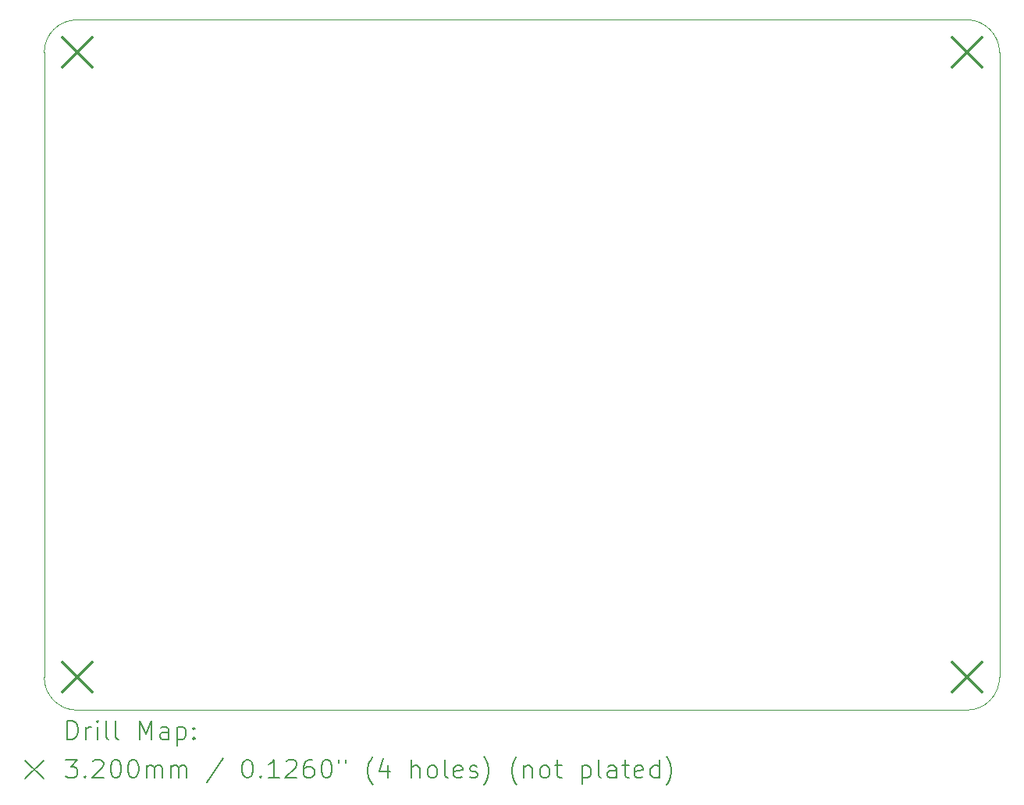
<source format=gbr>
%FSLAX45Y45*%
G04 Gerber Fmt 4.5, Leading zero omitted, Abs format (unit mm)*
G04 Created by KiCad (PCBNEW (6.0.0)) date 2022-08-18 21:42:41*
%MOMM*%
%LPD*%
G01*
G04 APERTURE LIST*
%TA.AperFunction,Profile*%
%ADD10C,0.100000*%
%TD*%
%ADD11C,0.200000*%
%ADD12C,0.320000*%
G04 APERTURE END LIST*
D10*
X8458200Y-9728200D02*
X8458200Y-9906000D01*
X18465800Y-16865600D02*
G75*
G03*
X18821400Y-16510000I0J355600D01*
G01*
X8458200Y-12344400D02*
X8458200Y-14681200D01*
X18465800Y-16865600D02*
X9855200Y-16865600D01*
X17805400Y-9372600D02*
X18465800Y-9372600D01*
X8458200Y-16510000D02*
X8458200Y-14681200D01*
X8813800Y-16865600D02*
X9855200Y-16865600D01*
X8813800Y-9372600D02*
X17805400Y-9372600D01*
X18821400Y-16510000D02*
X18821400Y-9728200D01*
X18821400Y-9728200D02*
G75*
G03*
X18465800Y-9372600I-355600J0D01*
G01*
X8813800Y-9372600D02*
G75*
G03*
X8458200Y-9728200I0J-355600D01*
G01*
X8458200Y-12344400D02*
X8458200Y-9906000D01*
X8458200Y-16510000D02*
G75*
G03*
X8813800Y-16865600I355600J0D01*
G01*
D11*
D12*
X8653800Y-9568200D02*
X8973800Y-9888200D01*
X8973800Y-9568200D02*
X8653800Y-9888200D01*
X8653800Y-16350000D02*
X8973800Y-16670000D01*
X8973800Y-16350000D02*
X8653800Y-16670000D01*
X18305800Y-9568200D02*
X18625800Y-9888200D01*
X18625800Y-9568200D02*
X18305800Y-9888200D01*
X18305800Y-16350000D02*
X18625800Y-16670000D01*
X18625800Y-16350000D02*
X18305800Y-16670000D01*
D11*
X8710819Y-17181076D02*
X8710819Y-16981076D01*
X8758438Y-16981076D01*
X8787010Y-16990600D01*
X8806057Y-17009648D01*
X8815581Y-17028695D01*
X8825105Y-17066790D01*
X8825105Y-17095362D01*
X8815581Y-17133457D01*
X8806057Y-17152505D01*
X8787010Y-17171552D01*
X8758438Y-17181076D01*
X8710819Y-17181076D01*
X8910819Y-17181076D02*
X8910819Y-17047743D01*
X8910819Y-17085838D02*
X8920343Y-17066790D01*
X8929867Y-17057267D01*
X8948914Y-17047743D01*
X8967962Y-17047743D01*
X9034629Y-17181076D02*
X9034629Y-17047743D01*
X9034629Y-16981076D02*
X9025105Y-16990600D01*
X9034629Y-17000124D01*
X9044152Y-16990600D01*
X9034629Y-16981076D01*
X9034629Y-17000124D01*
X9158438Y-17181076D02*
X9139390Y-17171552D01*
X9129867Y-17152505D01*
X9129867Y-16981076D01*
X9263200Y-17181076D02*
X9244152Y-17171552D01*
X9234629Y-17152505D01*
X9234629Y-16981076D01*
X9491771Y-17181076D02*
X9491771Y-16981076D01*
X9558438Y-17123933D01*
X9625105Y-16981076D01*
X9625105Y-17181076D01*
X9806057Y-17181076D02*
X9806057Y-17076314D01*
X9796533Y-17057267D01*
X9777486Y-17047743D01*
X9739390Y-17047743D01*
X9720343Y-17057267D01*
X9806057Y-17171552D02*
X9787010Y-17181076D01*
X9739390Y-17181076D01*
X9720343Y-17171552D01*
X9710819Y-17152505D01*
X9710819Y-17133457D01*
X9720343Y-17114410D01*
X9739390Y-17104886D01*
X9787010Y-17104886D01*
X9806057Y-17095362D01*
X9901295Y-17047743D02*
X9901295Y-17247743D01*
X9901295Y-17057267D02*
X9920343Y-17047743D01*
X9958438Y-17047743D01*
X9977486Y-17057267D01*
X9987010Y-17066790D01*
X9996533Y-17085838D01*
X9996533Y-17142981D01*
X9987010Y-17162029D01*
X9977486Y-17171552D01*
X9958438Y-17181076D01*
X9920343Y-17181076D01*
X9901295Y-17171552D01*
X10082248Y-17162029D02*
X10091771Y-17171552D01*
X10082248Y-17181076D01*
X10072724Y-17171552D01*
X10082248Y-17162029D01*
X10082248Y-17181076D01*
X10082248Y-17057267D02*
X10091771Y-17066790D01*
X10082248Y-17076314D01*
X10072724Y-17066790D01*
X10082248Y-17057267D01*
X10082248Y-17076314D01*
X8253200Y-17410600D02*
X8453200Y-17610600D01*
X8453200Y-17410600D02*
X8253200Y-17610600D01*
X8691771Y-17401076D02*
X8815581Y-17401076D01*
X8748914Y-17477267D01*
X8777486Y-17477267D01*
X8796533Y-17486790D01*
X8806057Y-17496314D01*
X8815581Y-17515362D01*
X8815581Y-17562981D01*
X8806057Y-17582029D01*
X8796533Y-17591552D01*
X8777486Y-17601076D01*
X8720343Y-17601076D01*
X8701295Y-17591552D01*
X8691771Y-17582029D01*
X8901295Y-17582029D02*
X8910819Y-17591552D01*
X8901295Y-17601076D01*
X8891771Y-17591552D01*
X8901295Y-17582029D01*
X8901295Y-17601076D01*
X8987010Y-17420124D02*
X8996533Y-17410600D01*
X9015581Y-17401076D01*
X9063200Y-17401076D01*
X9082248Y-17410600D01*
X9091771Y-17420124D01*
X9101295Y-17439171D01*
X9101295Y-17458219D01*
X9091771Y-17486790D01*
X8977486Y-17601076D01*
X9101295Y-17601076D01*
X9225105Y-17401076D02*
X9244152Y-17401076D01*
X9263200Y-17410600D01*
X9272724Y-17420124D01*
X9282248Y-17439171D01*
X9291771Y-17477267D01*
X9291771Y-17524886D01*
X9282248Y-17562981D01*
X9272724Y-17582029D01*
X9263200Y-17591552D01*
X9244152Y-17601076D01*
X9225105Y-17601076D01*
X9206057Y-17591552D01*
X9196533Y-17582029D01*
X9187010Y-17562981D01*
X9177486Y-17524886D01*
X9177486Y-17477267D01*
X9187010Y-17439171D01*
X9196533Y-17420124D01*
X9206057Y-17410600D01*
X9225105Y-17401076D01*
X9415581Y-17401076D02*
X9434629Y-17401076D01*
X9453676Y-17410600D01*
X9463200Y-17420124D01*
X9472724Y-17439171D01*
X9482248Y-17477267D01*
X9482248Y-17524886D01*
X9472724Y-17562981D01*
X9463200Y-17582029D01*
X9453676Y-17591552D01*
X9434629Y-17601076D01*
X9415581Y-17601076D01*
X9396533Y-17591552D01*
X9387010Y-17582029D01*
X9377486Y-17562981D01*
X9367962Y-17524886D01*
X9367962Y-17477267D01*
X9377486Y-17439171D01*
X9387010Y-17420124D01*
X9396533Y-17410600D01*
X9415581Y-17401076D01*
X9567962Y-17601076D02*
X9567962Y-17467743D01*
X9567962Y-17486790D02*
X9577486Y-17477267D01*
X9596533Y-17467743D01*
X9625105Y-17467743D01*
X9644152Y-17477267D01*
X9653676Y-17496314D01*
X9653676Y-17601076D01*
X9653676Y-17496314D02*
X9663200Y-17477267D01*
X9682248Y-17467743D01*
X9710819Y-17467743D01*
X9729867Y-17477267D01*
X9739390Y-17496314D01*
X9739390Y-17601076D01*
X9834629Y-17601076D02*
X9834629Y-17467743D01*
X9834629Y-17486790D02*
X9844152Y-17477267D01*
X9863200Y-17467743D01*
X9891771Y-17467743D01*
X9910819Y-17477267D01*
X9920343Y-17496314D01*
X9920343Y-17601076D01*
X9920343Y-17496314D02*
X9929867Y-17477267D01*
X9948914Y-17467743D01*
X9977486Y-17467743D01*
X9996533Y-17477267D01*
X10006057Y-17496314D01*
X10006057Y-17601076D01*
X10396533Y-17391552D02*
X10225105Y-17648695D01*
X10653676Y-17401076D02*
X10672724Y-17401076D01*
X10691771Y-17410600D01*
X10701295Y-17420124D01*
X10710819Y-17439171D01*
X10720343Y-17477267D01*
X10720343Y-17524886D01*
X10710819Y-17562981D01*
X10701295Y-17582029D01*
X10691771Y-17591552D01*
X10672724Y-17601076D01*
X10653676Y-17601076D01*
X10634629Y-17591552D01*
X10625105Y-17582029D01*
X10615581Y-17562981D01*
X10606057Y-17524886D01*
X10606057Y-17477267D01*
X10615581Y-17439171D01*
X10625105Y-17420124D01*
X10634629Y-17410600D01*
X10653676Y-17401076D01*
X10806057Y-17582029D02*
X10815581Y-17591552D01*
X10806057Y-17601076D01*
X10796533Y-17591552D01*
X10806057Y-17582029D01*
X10806057Y-17601076D01*
X11006057Y-17601076D02*
X10891771Y-17601076D01*
X10948914Y-17601076D02*
X10948914Y-17401076D01*
X10929867Y-17429648D01*
X10910819Y-17448695D01*
X10891771Y-17458219D01*
X11082248Y-17420124D02*
X11091771Y-17410600D01*
X11110819Y-17401076D01*
X11158438Y-17401076D01*
X11177486Y-17410600D01*
X11187009Y-17420124D01*
X11196533Y-17439171D01*
X11196533Y-17458219D01*
X11187009Y-17486790D01*
X11072724Y-17601076D01*
X11196533Y-17601076D01*
X11367962Y-17401076D02*
X11329867Y-17401076D01*
X11310819Y-17410600D01*
X11301295Y-17420124D01*
X11282248Y-17448695D01*
X11272724Y-17486790D01*
X11272724Y-17562981D01*
X11282248Y-17582029D01*
X11291771Y-17591552D01*
X11310819Y-17601076D01*
X11348914Y-17601076D01*
X11367962Y-17591552D01*
X11377486Y-17582029D01*
X11387009Y-17562981D01*
X11387009Y-17515362D01*
X11377486Y-17496314D01*
X11367962Y-17486790D01*
X11348914Y-17477267D01*
X11310819Y-17477267D01*
X11291771Y-17486790D01*
X11282248Y-17496314D01*
X11272724Y-17515362D01*
X11510819Y-17401076D02*
X11529867Y-17401076D01*
X11548914Y-17410600D01*
X11558438Y-17420124D01*
X11567962Y-17439171D01*
X11577486Y-17477267D01*
X11577486Y-17524886D01*
X11567962Y-17562981D01*
X11558438Y-17582029D01*
X11548914Y-17591552D01*
X11529867Y-17601076D01*
X11510819Y-17601076D01*
X11491771Y-17591552D01*
X11482248Y-17582029D01*
X11472724Y-17562981D01*
X11463200Y-17524886D01*
X11463200Y-17477267D01*
X11472724Y-17439171D01*
X11482248Y-17420124D01*
X11491771Y-17410600D01*
X11510819Y-17401076D01*
X11653676Y-17401076D02*
X11653676Y-17439171D01*
X11729867Y-17401076D02*
X11729867Y-17439171D01*
X12025105Y-17677267D02*
X12015581Y-17667743D01*
X11996533Y-17639171D01*
X11987009Y-17620124D01*
X11977486Y-17591552D01*
X11967962Y-17543933D01*
X11967962Y-17505838D01*
X11977486Y-17458219D01*
X11987009Y-17429648D01*
X11996533Y-17410600D01*
X12015581Y-17382029D01*
X12025105Y-17372505D01*
X12187009Y-17467743D02*
X12187009Y-17601076D01*
X12139390Y-17391552D02*
X12091771Y-17534410D01*
X12215581Y-17534410D01*
X12444152Y-17601076D02*
X12444152Y-17401076D01*
X12529867Y-17601076D02*
X12529867Y-17496314D01*
X12520343Y-17477267D01*
X12501295Y-17467743D01*
X12472724Y-17467743D01*
X12453676Y-17477267D01*
X12444152Y-17486790D01*
X12653676Y-17601076D02*
X12634628Y-17591552D01*
X12625105Y-17582029D01*
X12615581Y-17562981D01*
X12615581Y-17505838D01*
X12625105Y-17486790D01*
X12634628Y-17477267D01*
X12653676Y-17467743D01*
X12682248Y-17467743D01*
X12701295Y-17477267D01*
X12710819Y-17486790D01*
X12720343Y-17505838D01*
X12720343Y-17562981D01*
X12710819Y-17582029D01*
X12701295Y-17591552D01*
X12682248Y-17601076D01*
X12653676Y-17601076D01*
X12834628Y-17601076D02*
X12815581Y-17591552D01*
X12806057Y-17572505D01*
X12806057Y-17401076D01*
X12987009Y-17591552D02*
X12967962Y-17601076D01*
X12929867Y-17601076D01*
X12910819Y-17591552D01*
X12901295Y-17572505D01*
X12901295Y-17496314D01*
X12910819Y-17477267D01*
X12929867Y-17467743D01*
X12967962Y-17467743D01*
X12987009Y-17477267D01*
X12996533Y-17496314D01*
X12996533Y-17515362D01*
X12901295Y-17534410D01*
X13072724Y-17591552D02*
X13091771Y-17601076D01*
X13129867Y-17601076D01*
X13148914Y-17591552D01*
X13158438Y-17572505D01*
X13158438Y-17562981D01*
X13148914Y-17543933D01*
X13129867Y-17534410D01*
X13101295Y-17534410D01*
X13082248Y-17524886D01*
X13072724Y-17505838D01*
X13072724Y-17496314D01*
X13082248Y-17477267D01*
X13101295Y-17467743D01*
X13129867Y-17467743D01*
X13148914Y-17477267D01*
X13225105Y-17677267D02*
X13234628Y-17667743D01*
X13253676Y-17639171D01*
X13263200Y-17620124D01*
X13272724Y-17591552D01*
X13282248Y-17543933D01*
X13282248Y-17505838D01*
X13272724Y-17458219D01*
X13263200Y-17429648D01*
X13253676Y-17410600D01*
X13234628Y-17382029D01*
X13225105Y-17372505D01*
X13587009Y-17677267D02*
X13577486Y-17667743D01*
X13558438Y-17639171D01*
X13548914Y-17620124D01*
X13539390Y-17591552D01*
X13529867Y-17543933D01*
X13529867Y-17505838D01*
X13539390Y-17458219D01*
X13548914Y-17429648D01*
X13558438Y-17410600D01*
X13577486Y-17382029D01*
X13587009Y-17372505D01*
X13663200Y-17467743D02*
X13663200Y-17601076D01*
X13663200Y-17486790D02*
X13672724Y-17477267D01*
X13691771Y-17467743D01*
X13720343Y-17467743D01*
X13739390Y-17477267D01*
X13748914Y-17496314D01*
X13748914Y-17601076D01*
X13872724Y-17601076D02*
X13853676Y-17591552D01*
X13844152Y-17582029D01*
X13834628Y-17562981D01*
X13834628Y-17505838D01*
X13844152Y-17486790D01*
X13853676Y-17477267D01*
X13872724Y-17467743D01*
X13901295Y-17467743D01*
X13920343Y-17477267D01*
X13929867Y-17486790D01*
X13939390Y-17505838D01*
X13939390Y-17562981D01*
X13929867Y-17582029D01*
X13920343Y-17591552D01*
X13901295Y-17601076D01*
X13872724Y-17601076D01*
X13996533Y-17467743D02*
X14072724Y-17467743D01*
X14025105Y-17401076D02*
X14025105Y-17572505D01*
X14034628Y-17591552D01*
X14053676Y-17601076D01*
X14072724Y-17601076D01*
X14291771Y-17467743D02*
X14291771Y-17667743D01*
X14291771Y-17477267D02*
X14310819Y-17467743D01*
X14348914Y-17467743D01*
X14367962Y-17477267D01*
X14377486Y-17486790D01*
X14387009Y-17505838D01*
X14387009Y-17562981D01*
X14377486Y-17582029D01*
X14367962Y-17591552D01*
X14348914Y-17601076D01*
X14310819Y-17601076D01*
X14291771Y-17591552D01*
X14501295Y-17601076D02*
X14482248Y-17591552D01*
X14472724Y-17572505D01*
X14472724Y-17401076D01*
X14663200Y-17601076D02*
X14663200Y-17496314D01*
X14653676Y-17477267D01*
X14634628Y-17467743D01*
X14596533Y-17467743D01*
X14577486Y-17477267D01*
X14663200Y-17591552D02*
X14644152Y-17601076D01*
X14596533Y-17601076D01*
X14577486Y-17591552D01*
X14567962Y-17572505D01*
X14567962Y-17553457D01*
X14577486Y-17534410D01*
X14596533Y-17524886D01*
X14644152Y-17524886D01*
X14663200Y-17515362D01*
X14729867Y-17467743D02*
X14806057Y-17467743D01*
X14758438Y-17401076D02*
X14758438Y-17572505D01*
X14767962Y-17591552D01*
X14787009Y-17601076D01*
X14806057Y-17601076D01*
X14948914Y-17591552D02*
X14929867Y-17601076D01*
X14891771Y-17601076D01*
X14872724Y-17591552D01*
X14863200Y-17572505D01*
X14863200Y-17496314D01*
X14872724Y-17477267D01*
X14891771Y-17467743D01*
X14929867Y-17467743D01*
X14948914Y-17477267D01*
X14958438Y-17496314D01*
X14958438Y-17515362D01*
X14863200Y-17534410D01*
X15129867Y-17601076D02*
X15129867Y-17401076D01*
X15129867Y-17591552D02*
X15110819Y-17601076D01*
X15072724Y-17601076D01*
X15053676Y-17591552D01*
X15044152Y-17582029D01*
X15034628Y-17562981D01*
X15034628Y-17505838D01*
X15044152Y-17486790D01*
X15053676Y-17477267D01*
X15072724Y-17467743D01*
X15110819Y-17467743D01*
X15129867Y-17477267D01*
X15206057Y-17677267D02*
X15215581Y-17667743D01*
X15234628Y-17639171D01*
X15244152Y-17620124D01*
X15253676Y-17591552D01*
X15263200Y-17543933D01*
X15263200Y-17505838D01*
X15253676Y-17458219D01*
X15244152Y-17429648D01*
X15234628Y-17410600D01*
X15215581Y-17382029D01*
X15206057Y-17372505D01*
M02*

</source>
